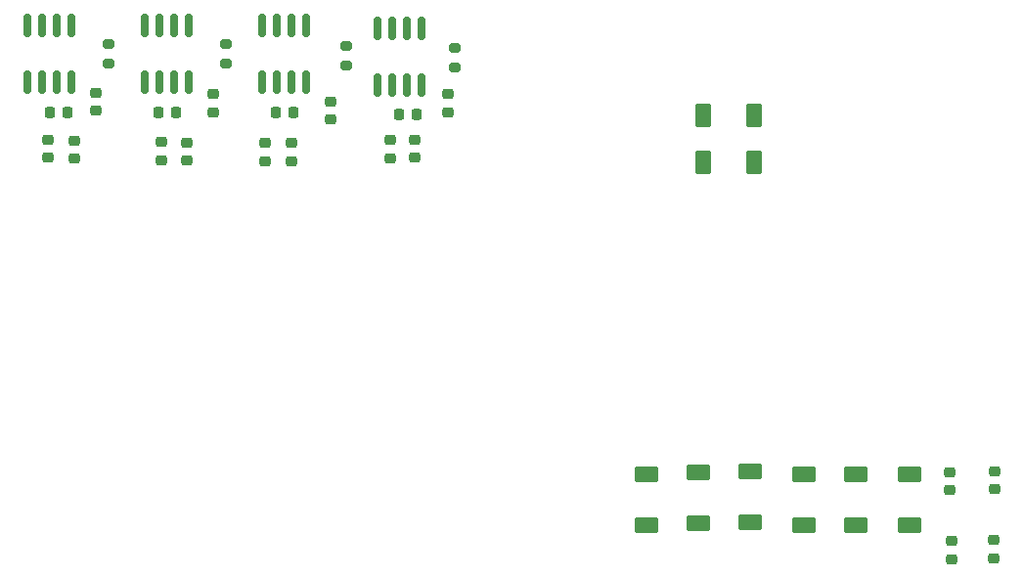
<source format=gbr>
%TF.GenerationSoftware,KiCad,Pcbnew,7.0.7*%
%TF.CreationDate,2024-02-25T16:10:36-08:00*%
%TF.ProjectId,Connector-board,436f6e6e-6563-4746-9f72-2d626f617264,rev?*%
%TF.SameCoordinates,Original*%
%TF.FileFunction,Paste,Top*%
%TF.FilePolarity,Positive*%
%FSLAX46Y46*%
G04 Gerber Fmt 4.6, Leading zero omitted, Abs format (unit mm)*
G04 Created by KiCad (PCBNEW 7.0.7) date 2024-02-25 16:10:36*
%MOMM*%
%LPD*%
G01*
G04 APERTURE LIST*
G04 Aperture macros list*
%AMRoundRect*
0 Rectangle with rounded corners*
0 $1 Rounding radius*
0 $2 $3 $4 $5 $6 $7 $8 $9 X,Y pos of 4 corners*
0 Add a 4 corners polygon primitive as box body*
4,1,4,$2,$3,$4,$5,$6,$7,$8,$9,$2,$3,0*
0 Add four circle primitives for the rounded corners*
1,1,$1+$1,$2,$3*
1,1,$1+$1,$4,$5*
1,1,$1+$1,$6,$7*
1,1,$1+$1,$8,$9*
0 Add four rect primitives between the rounded corners*
20,1,$1+$1,$2,$3,$4,$5,0*
20,1,$1+$1,$4,$5,$6,$7,0*
20,1,$1+$1,$6,$7,$8,$9,0*
20,1,$1+$1,$8,$9,$2,$3,0*%
G04 Aperture macros list end*
%ADD10RoundRect,0.225000X-0.250000X0.225000X-0.250000X-0.225000X0.250000X-0.225000X0.250000X0.225000X0*%
%ADD11RoundRect,0.225000X0.225000X0.250000X-0.225000X0.250000X-0.225000X-0.250000X0.225000X-0.250000X0*%
%ADD12RoundRect,0.150000X0.150000X-0.825000X0.150000X0.825000X-0.150000X0.825000X-0.150000X-0.825000X0*%
%ADD13RoundRect,0.250000X0.800000X-0.450000X0.800000X0.450000X-0.800000X0.450000X-0.800000X-0.450000X0*%
%ADD14RoundRect,0.250000X-0.800000X0.450000X-0.800000X-0.450000X0.800000X-0.450000X0.800000X0.450000X0*%
%ADD15RoundRect,0.200000X-0.275000X0.200000X-0.275000X-0.200000X0.275000X-0.200000X0.275000X0.200000X0*%
%ADD16RoundRect,0.218750X0.256250X-0.218750X0.256250X0.218750X-0.256250X0.218750X-0.256250X-0.218750X0*%
%ADD17RoundRect,0.225000X0.250000X-0.225000X0.250000X0.225000X-0.250000X0.225000X-0.250000X-0.225000X0*%
%ADD18RoundRect,0.250000X-0.450000X-0.800000X0.450000X-0.800000X0.450000X0.800000X-0.450000X0.800000X0*%
%ADD19RoundRect,0.218750X-0.256250X0.218750X-0.256250X-0.218750X0.256250X-0.218750X0.256250X0.218750X0*%
G04 APERTURE END LIST*
D10*
%TO.C,C10*%
X132040000Y-109580000D03*
X132040000Y-111130000D03*
%TD*%
D11*
%TO.C,C9*%
X128795000Y-111155000D03*
X127245000Y-111155000D03*
%TD*%
D12*
%TO.C,U4*%
X126115000Y-108550000D03*
X127385000Y-108550000D03*
X128655000Y-108550000D03*
X129925000Y-108550000D03*
X129925000Y-103600000D03*
X128655000Y-103600000D03*
X127385000Y-103600000D03*
X126115000Y-103600000D03*
%TD*%
D13*
%TO.C,D4*%
X173981400Y-146722200D03*
X173981400Y-142322200D03*
%TD*%
D10*
%TO.C,C4*%
X121880000Y-109440000D03*
X121880000Y-110990000D03*
%TD*%
D14*
%TO.C,D6*%
X169511000Y-142500000D03*
X169511000Y-146900000D03*
%TD*%
D10*
%TO.C,C8*%
X142200000Y-111765000D03*
X142200000Y-110215000D03*
%TD*%
D15*
%TO.C,R3*%
X122940000Y-105250000D03*
X122940000Y-106900000D03*
%TD*%
D13*
%TO.C,D1*%
X187621200Y-146900000D03*
X187621200Y-142500000D03*
%TD*%
D14*
%TO.C,D3*%
X192269400Y-142449200D03*
X192269400Y-146849200D03*
%TD*%
D16*
%TO.C,C1*%
X195774600Y-143861800D03*
X195774600Y-142286800D03*
%TD*%
D15*
%TO.C,R6*%
X133100000Y-105250000D03*
X133100000Y-106900000D03*
%TD*%
D17*
%TO.C,FB4*%
X147322000Y-115097600D03*
X147322000Y-113547600D03*
%TD*%
D18*
%TO.C,D8*%
X174400000Y-115450000D03*
X178800000Y-115450000D03*
%TD*%
D10*
%TO.C,C6*%
X152360000Y-109580000D03*
X152360000Y-111130000D03*
%TD*%
D12*
%TO.C,U1*%
X115955000Y-108550000D03*
X117225000Y-108550000D03*
X118495000Y-108550000D03*
X119765000Y-108550000D03*
X119765000Y-103600000D03*
X118495000Y-103600000D03*
X117225000Y-103600000D03*
X115955000Y-103600000D03*
%TD*%
D16*
%TO.C,C2*%
X195901600Y-149830900D03*
X195901600Y-148255900D03*
%TD*%
D17*
%TO.C,FB3*%
X149404800Y-115046800D03*
X149404800Y-113496800D03*
%TD*%
%TO.C,FB6*%
X136501600Y-115351600D03*
X136501600Y-113801600D03*
%TD*%
D19*
%TO.C,R1*%
X199635400Y-142210700D03*
X199635400Y-143785700D03*
%TD*%
D15*
%TO.C,R5*%
X143488600Y-105440000D03*
X143488600Y-107090000D03*
%TD*%
D11*
%TO.C,C5*%
X149595600Y-111350800D03*
X148045600Y-111350800D03*
%TD*%
D13*
%TO.C,D2*%
X183100000Y-146900000D03*
X183100000Y-142500000D03*
%TD*%
D17*
%TO.C,FB1*%
X119991600Y-115123000D03*
X119991600Y-113573000D03*
%TD*%
%TO.C,FB5*%
X138736800Y-115351600D03*
X138736800Y-113801600D03*
%TD*%
D13*
%TO.C,D5*%
X178502600Y-146646000D03*
X178502600Y-142246000D03*
%TD*%
D12*
%TO.C,U2*%
X146229800Y-108796600D03*
X147499800Y-108796600D03*
X148769800Y-108796600D03*
X150039800Y-108796600D03*
X150039800Y-103846600D03*
X148769800Y-103846600D03*
X147499800Y-103846600D03*
X146229800Y-103846600D03*
%TD*%
%TO.C,U3*%
X136275000Y-108550000D03*
X137545000Y-108550000D03*
X138815000Y-108550000D03*
X140085000Y-108550000D03*
X140085000Y-103600000D03*
X138815000Y-103600000D03*
X137545000Y-103600000D03*
X136275000Y-103600000D03*
%TD*%
D11*
%TO.C,C7*%
X138955000Y-111155000D03*
X137405000Y-111155000D03*
%TD*%
D17*
%TO.C,FB2*%
X117705600Y-115072200D03*
X117705600Y-113522200D03*
%TD*%
%TO.C,FB8*%
X127535400Y-115275400D03*
X127535400Y-113725400D03*
%TD*%
D15*
%TO.C,R4*%
X152935400Y-105598200D03*
X152935400Y-107248200D03*
%TD*%
D11*
%TO.C,C3*%
X119410000Y-111155000D03*
X117860000Y-111155000D03*
%TD*%
D17*
%TO.C,FB7*%
X129745200Y-115326200D03*
X129745200Y-113776200D03*
%TD*%
D18*
%TO.C,D7*%
X174400000Y-111400000D03*
X178800000Y-111400000D03*
%TD*%
D16*
%TO.C,R2*%
X199584600Y-149754700D03*
X199584600Y-148179700D03*
%TD*%
M02*

</source>
